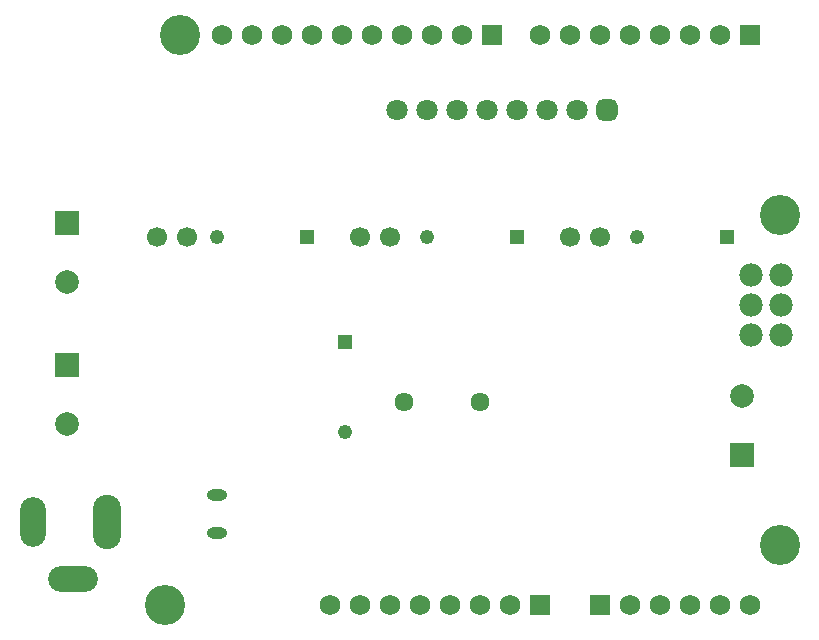
<source format=gbs>
G04*
G04 #@! TF.GenerationSoftware,Altium Limited,Altium Designer,22.5.1 (42)*
G04*
G04 Layer_Color=16711935*
%FSLAX42Y42*%
%MOMM*%
G71*
G04*
G04 #@! TF.SameCoordinates,8F982C1A-2937-4736-9447-CD7387795ED9*
G04*
G04*
G04 #@! TF.FilePolarity,Negative*
G04*
G01*
G75*
%ADD17C,2.00*%
%ADD18R,2.00X2.00*%
%ADD19O,2.20X4.20*%
%ADD20O,4.20X2.20*%
%ADD21O,2.40X4.60*%
%ADD22C,1.80*%
G04:AMPARAMS|DCode=23|XSize=1.8mm|YSize=1.8mm|CornerRadius=0.5mm|HoleSize=0mm|Usage=FLASHONLY|Rotation=180.000|XOffset=0mm|YOffset=0mm|HoleType=Round|Shape=RoundedRectangle|*
%AMROUNDEDRECTD23*
21,1,1.80,0.80,0,0,180.0*
21,1,0.80,1.80,0,0,180.0*
1,1,1.00,-0.40,0.40*
1,1,1.00,0.40,0.40*
1,1,1.00,0.40,-0.40*
1,1,1.00,-0.40,-0.40*
%
%ADD23ROUNDEDRECTD23*%
%ADD24R,1.24X1.24*%
%ADD25C,1.24*%
%ADD26R,1.24X1.24*%
%ADD27C,1.70*%
%ADD28O,1.73X0.97*%
%ADD29C,1.61*%
%ADD30C,1.98*%
%ADD31C,1.73*%
%ADD32R,1.73X1.73*%
%ADD33C,3.40*%
D17*
X6287Y2024D02*
D03*
X572Y2988D02*
D03*
Y1782D02*
D03*
D18*
X6287Y1524D02*
D03*
X572Y3488D02*
D03*
Y2282D02*
D03*
D19*
X279Y952D02*
D03*
D20*
X619Y473D02*
D03*
D21*
X909Y952D02*
D03*
D22*
X3365Y4445D02*
D03*
X3619D02*
D03*
X4128D02*
D03*
X4635D02*
D03*
X4890D02*
D03*
X4381D02*
D03*
X3874D02*
D03*
D23*
X5144D02*
D03*
D24*
X2921Y2476D02*
D03*
D25*
Y1715D02*
D03*
X1842Y3365D02*
D03*
X5397D02*
D03*
X3619D02*
D03*
D26*
X2603D02*
D03*
X6160D02*
D03*
X4381D02*
D03*
D27*
X3302D02*
D03*
X3048D02*
D03*
X1588D02*
D03*
X1334D02*
D03*
X5080D02*
D03*
X4826D02*
D03*
D28*
X1842Y864D02*
D03*
Y1181D02*
D03*
D29*
X4071Y1968D02*
D03*
X3422D02*
D03*
D30*
X6618Y2535D02*
D03*
X6364D02*
D03*
X6618Y2789D02*
D03*
X6364D02*
D03*
X6618Y3043D02*
D03*
X6364D02*
D03*
D31*
X4064Y254D02*
D03*
X4318D02*
D03*
X2794D02*
D03*
X3048D02*
D03*
X3302D02*
D03*
X3556D02*
D03*
X3810D02*
D03*
X5842Y5080D02*
D03*
X6096D02*
D03*
X4572D02*
D03*
X4826D02*
D03*
X5080D02*
D03*
X5334D02*
D03*
X5588D02*
D03*
X1880D02*
D03*
X2134D02*
D03*
X2388D02*
D03*
X2642D02*
D03*
X2896D02*
D03*
X3150D02*
D03*
X3404D02*
D03*
X3658D02*
D03*
X3912D02*
D03*
X6350Y254D02*
D03*
X6096D02*
D03*
X5842D02*
D03*
X5588D02*
D03*
X5334D02*
D03*
D32*
X4572D02*
D03*
X6350Y5080D02*
D03*
X4166D02*
D03*
X5080Y254D02*
D03*
D33*
X1524Y5080D02*
D03*
X1397Y254D02*
D03*
X6604Y3556D02*
D03*
Y762D02*
D03*
M02*

</source>
